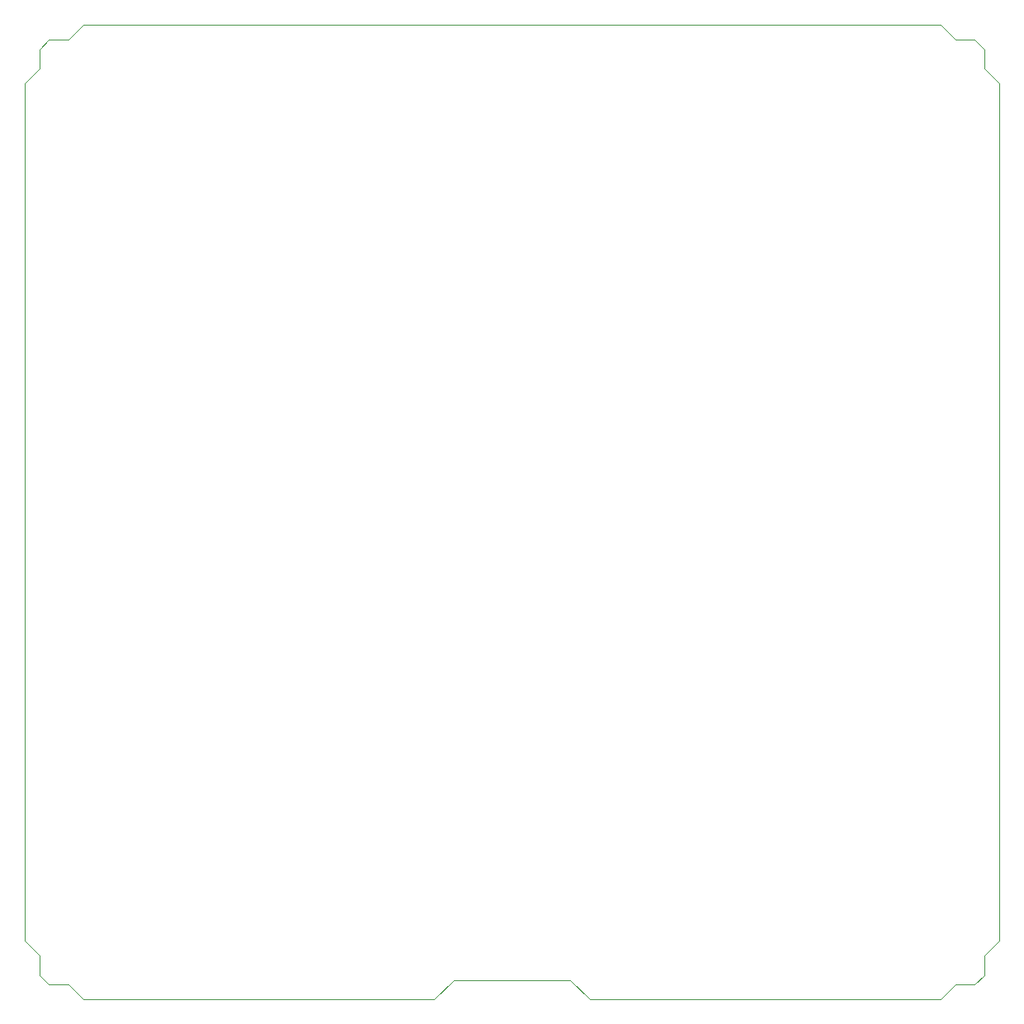
<source format=gbr>
G04 #@! TF.GenerationSoftware,KiCad,Pcbnew,(5.1.2)-2*
G04 #@! TF.CreationDate,2019-09-05T19:51:27+02:00*
G04 #@! TF.ProjectId,PBF4,50424634-2e6b-4696-9361-645f70636258,rev?*
G04 #@! TF.SameCoordinates,Original*
G04 #@! TF.FileFunction,Profile,NP*
%FSLAX46Y46*%
G04 Gerber Fmt 4.6, Leading zero omitted, Abs format (unit mm)*
G04 Created by KiCad (PCBNEW (5.1.2)-2) date 2019-09-05 19:51:27*
%MOMM*%
%LPD*%
G04 APERTURE LIST*
%ADD10C,0.050000*%
G04 APERTURE END LIST*
D10*
X50000000Y-144000000D02*
X50000000Y-56000000D01*
X51500000Y-145500000D02*
X50000000Y-144000000D01*
X51500000Y-147500000D02*
X51500000Y-145500000D01*
X52500000Y-148500000D02*
X51500000Y-147500000D01*
X54500000Y-148500000D02*
X52500000Y-148500000D01*
X56000000Y-150000000D02*
X54500000Y-148500000D01*
X92000000Y-150000000D02*
X56000000Y-150000000D01*
X94000000Y-148000000D02*
X92000000Y-150000000D01*
X106000000Y-148000000D02*
X94000000Y-148000000D01*
X108000000Y-150000000D02*
X106000000Y-148000000D01*
X144000000Y-150000000D02*
X108000000Y-150000000D01*
X145500000Y-148500000D02*
X144000000Y-150000000D01*
X147500000Y-148500000D02*
X145500000Y-148500000D01*
X148500000Y-147500000D02*
X147500000Y-148500000D01*
X148500000Y-145500000D02*
X148500000Y-147500000D01*
X150000000Y-144000000D02*
X148500000Y-145500000D01*
X150000000Y-56000000D02*
X150000000Y-144000000D01*
X148500000Y-54500000D02*
X150000000Y-56000000D01*
X148500000Y-52500000D02*
X148500000Y-54500000D01*
X147500000Y-51500000D02*
X148500000Y-52500000D01*
X145500000Y-51500000D02*
X147500000Y-51500000D01*
X144000000Y-50000000D02*
X145500000Y-51500000D01*
X56000000Y-50000000D02*
X144000000Y-50000000D01*
X54500000Y-51500000D02*
X56000000Y-50000000D01*
X52500000Y-51500000D02*
X54500000Y-51500000D01*
X51500000Y-52500000D02*
X52500000Y-51500000D01*
X51500000Y-54500000D02*
X51500000Y-52500000D01*
X50000000Y-56000000D02*
X51500000Y-54500000D01*
M02*

</source>
